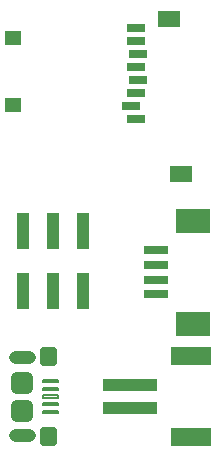
<source format=gbr>
G04 EAGLE Gerber RS-274X export*
G75*
%MOMM*%
%FSLAX34Y34*%
%LPD*%
%INSolderpaste Bottom*%
%IPPOS*%
%AMOC8*
5,1,8,0,0,1.08239X$1,22.5*%
G01*
%ADD10R,4.600000X1.000000*%
%ADD11R,3.400000X1.600000*%
%ADD12R,1.500000X0.800000*%
%ADD13R,1.900000X1.400000*%
%ADD14R,1.400000X1.300000*%
%ADD15R,1.000000X3.170000*%
%ADD16R,2.000000X0.800000*%
%ADD17R,3.000000X2.100000*%
%ADD18C,0.200000*%
%ADD19C,0.700000*%
%ADD20C,0.950000*%
%ADD21C,1.066800*%


D10*
X-125900Y-225900D03*
X-125900Y-205900D03*
D11*
X-73900Y-249900D03*
X-73900Y-181900D03*
D12*
X-120900Y18950D03*
X-124900Y29950D03*
X-120900Y40950D03*
X-118900Y51950D03*
X-120900Y62950D03*
X-118900Y73950D03*
X-120900Y84950D03*
X-120900Y95950D03*
D13*
X-82900Y-27650D03*
X-92900Y103850D03*
D14*
X-224400Y87850D03*
X-224400Y30850D03*
D15*
X-190500Y-127000D03*
X-190500Y-76200D03*
X-165100Y-76200D03*
X-165100Y-127000D03*
X-215900Y-127000D03*
X-215900Y-76200D03*
D16*
X-103994Y-91994D03*
X-103994Y-104494D03*
X-103994Y-116994D03*
X-103994Y-129494D03*
D17*
X-72744Y-66994D03*
X-72744Y-154494D03*
D18*
X-199500Y-214900D02*
X-199500Y-216900D01*
X-199500Y-214900D02*
X-186500Y-214900D01*
X-186500Y-216900D01*
X-199500Y-216900D01*
X-199500Y-215000D02*
X-186500Y-215000D01*
X-199500Y-221400D02*
X-199500Y-223400D01*
X-199500Y-221400D02*
X-186500Y-221400D01*
X-186500Y-223400D01*
X-199500Y-223400D01*
X-199500Y-221500D02*
X-186500Y-221500D01*
X-199500Y-210400D02*
X-199500Y-208400D01*
X-186500Y-208400D01*
X-186500Y-210400D01*
X-199500Y-210400D01*
X-199500Y-208500D02*
X-186500Y-208500D01*
X-199500Y-203900D02*
X-199500Y-201900D01*
X-186500Y-201900D01*
X-186500Y-203900D01*
X-199500Y-203900D01*
X-199500Y-202000D02*
X-186500Y-202000D01*
X-199500Y-227900D02*
X-199500Y-229900D01*
X-199500Y-227900D02*
X-186500Y-227900D01*
X-186500Y-229900D01*
X-199500Y-229900D01*
X-199500Y-228000D02*
X-186500Y-228000D01*
D19*
X-191270Y-254400D02*
X-198270Y-254400D01*
X-198270Y-245400D01*
X-191270Y-245400D01*
X-191270Y-254400D01*
X-191270Y-247750D02*
X-198270Y-247750D01*
X-198270Y-186400D02*
X-191270Y-186400D01*
X-198270Y-186400D02*
X-198270Y-177400D01*
X-191270Y-177400D01*
X-191270Y-186400D01*
X-191270Y-179750D02*
X-198270Y-179750D01*
D20*
X-212500Y-223150D02*
X-212500Y-232650D01*
X-222000Y-232650D01*
X-222000Y-223150D01*
X-212500Y-223150D01*
X-212500Y-223625D02*
X-222000Y-223625D01*
X-212500Y-208650D02*
X-212500Y-199150D01*
X-212500Y-208650D02*
X-222000Y-208650D01*
X-222000Y-199150D01*
X-212500Y-199150D01*
X-212500Y-199625D02*
X-222000Y-199625D01*
D21*
X-222758Y-248920D02*
X-211582Y-248920D01*
X-211582Y-182880D02*
X-222758Y-182880D01*
M02*

</source>
